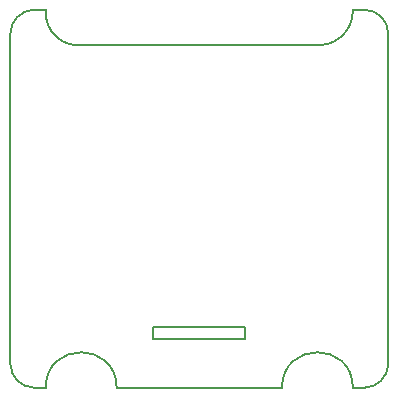
<source format=gbr>
G04 DipTrace 3.2.0.1*
G04 BoardOutline.gbr*
%MOMM*%
G04 #@! TF.FileFunction,Profile*
G04 #@! TF.Part,Single*
%ADD11C,0.14*%
%FSLAX35Y35*%
G04*
G71*
G90*
G75*
G01*
G04 BoardOutline*
%LPD*%
X-1600000Y1400000D2*
D11*
G02X-1400000Y1600000I205000J-5000D01*
G01*
X-1300000D1*
G03X-968690Y1304660I275063J-24937D01*
G01*
X965383Y1303290D1*
G03X1300000Y1600000I44705J286621D01*
G01*
X1400000D1*
G02X1600000Y1400000I-5000J-205000D01*
G01*
Y-1400000D1*
G02X1400000Y-1600000I-205000J5000D01*
G01*
X1300000D1*
G03X700000Y-1600000I-300000J0D01*
G01*
X-700000D1*
G03X-1300000Y-1600000I-300000J0D01*
G01*
X-1400000D1*
G02X-1600000Y-1400000I5000J205000D01*
G01*
Y1400000D1*
X-392057Y-1089517D2*
X387943D1*
Y-1189517D1*
X-392057D1*
Y-1089517D1*
M02*

</source>
